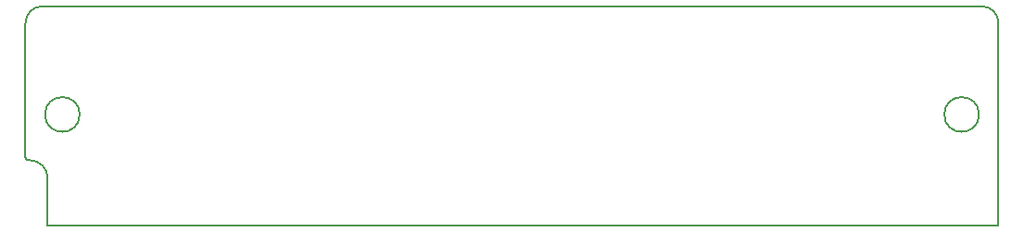
<source format=gm1>
G04 #@! TF.GenerationSoftware,KiCad,Pcbnew,(5.1.5-0-10_14)*
G04 #@! TF.CreationDate,2021-02-26T03:39:49-05:00*
G04 #@! TF.ProjectId,simm-30-4mb,73696d6d-2d33-4302-9d34-6d622e6b6963,rev?*
G04 #@! TF.SameCoordinates,Original*
G04 #@! TF.FileFunction,Profile,NP*
%FSLAX46Y46*%
G04 Gerber Fmt 4.6, Leading zero omitted, Abs format (unit mm)*
G04 Created by KiCad (PCBNEW (5.1.5-0-10_14)) date 2021-02-26 03:39:49*
%MOMM*%
%LPD*%
G04 APERTURE LIST*
%ADD10C,0.200000*%
%ADD11C,0.150000*%
G04 APERTURE END LIST*
D10*
X76454000Y-95631000D02*
G75*
G02X76200000Y-95377000I0J254000D01*
G01*
X76200000Y-83058000D02*
G75*
G02X77724000Y-81534000I1524000J0D01*
G01*
X163576000Y-81534000D02*
G75*
G02X165100000Y-83058000I0J-1524000D01*
G01*
X76581000Y-95631000D02*
X76454000Y-95631000D01*
X78232000Y-101600000D02*
X78232000Y-97282000D01*
D11*
X81153000Y-91440000D02*
G75*
G03X81153000Y-91440000I-1587500J0D01*
G01*
X163322000Y-91440000D02*
G75*
G03X163322000Y-91440000I-1587500J0D01*
G01*
D10*
X76200000Y-95377000D02*
X76200000Y-83058000D01*
X76581000Y-95631000D02*
G75*
G02X78232000Y-97282000I0J-1651000D01*
G01*
X165100000Y-83058000D02*
X165100000Y-101600000D01*
X77724000Y-81534000D02*
X163576000Y-81534000D01*
X165100000Y-101600000D02*
X78232000Y-101600000D01*
M02*

</source>
